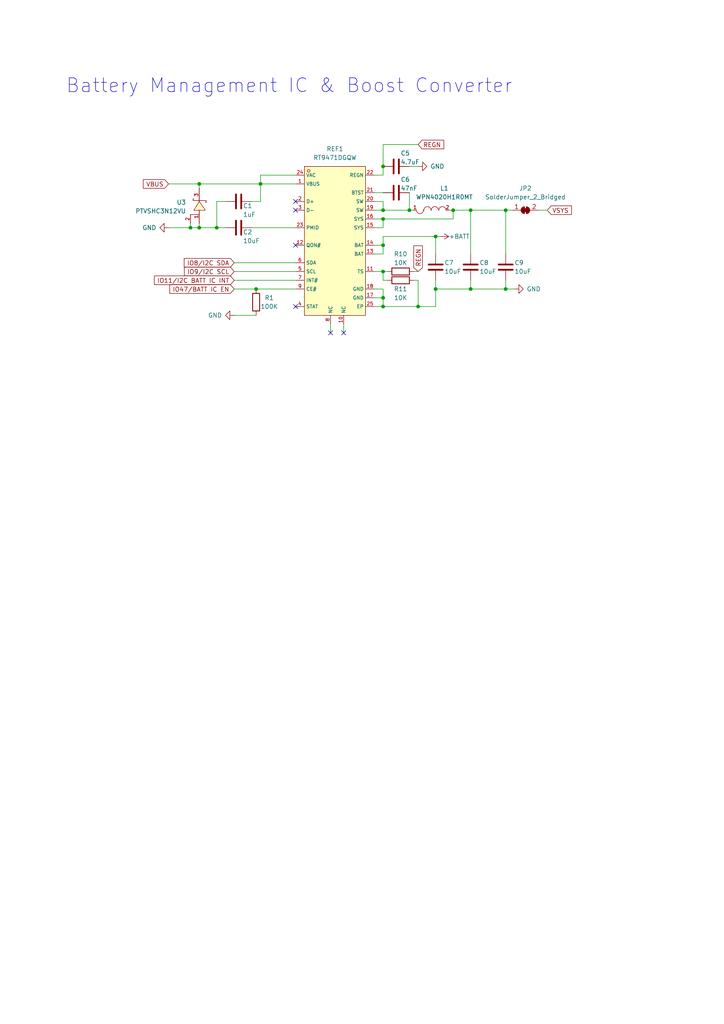
<source format=kicad_sch>
(kicad_sch (version 20230121) (generator eeschema)
  (paper "A4" portrait)
  (lib_symbols
    (symbol "Device:10K 0603" (pin_numbers hide) (pin_names (offset 0))
      (property "Reference" "R" (at 2.032 0 90))
      (property "Value" "10K 0603" (at 0 0 90))
      (symbol "10K 0603_0_1"
        (rectangle (start -1.016 -2.54) (end 1.016 2.54) (stroke (width 0.254)))
      )
      (symbol "10K 0603_1_1"
        (pin passive line (at 0 3.81 270) (length 1.27) (name "~") (number "1"))
        (pin passive line (at 0 -3.81 90) (length 1.27) (name "~") (number "2"))
      )
    )
    (symbol "Device:10uF 0603" (pin_numbers hide) (pin_names (offset 0.254))
      (property "Reference" "C" (at 0.635 2.54 0))
      (property "Value" "10uF 0603" (at 0.635 -2.54 0))
      (symbol "10uF 0603_0_1"
        (polyline (pts (xy -2.032 -0.762) (xy 2.032 -0.762)) (stroke (width 0.508)))
        (polyline (pts (xy -2.032 0.762) (xy 2.032 0.762)) (stroke (width 0.508)))
      )
      (symbol "10uF 0603_1_1"
        (pin passive line (at 0 3.81 270) (length 2.794) (name "~") (number "1"))
        (pin passive line (at 0 -3.81 90) (length 2.794) (name "~") (number "2"))
      )
    )
    (symbol "Device:R" (pin_numbers hide) (pin_names (offset 0))
      (property "Reference" "R" (at 2.032 0 90))
      (property "Value" "R" (at 0 0 90))
      (symbol "R_0_1"
        (rectangle (start -1.016 -2.54) (end 1.016 2.54) (stroke (width 0.254)))
      )
      (symbol "R_1_1"
        (pin passive line (at 0 3.81 270) (length 1.27) (name "~") (number "1"))
        (pin passive line (at 0 -3.81 90) (length 1.27) (name "~") (number "2"))
      )
    )
    (symbol "Jumper:SolderJumper_2_Bridged" (pin_names (offset 0) hide)
      (property "Reference" "JP" (at 0 2.032 0))
      (property "Value" "SolderJumper_2_Bridged" (at 0 -2.54 0))
      (symbol "SolderJumper_2_Bridged_0_1"
        (rectangle (start -0.508 0.508) (end 0.508 -0.508) (fill (type outline)))
        (arc (start -0.254 1.016) (mid -1.2656 0) (end -0.254 -1.016))
        (arc (start -0.254 1.016) (mid -1.2656 0) (end -0.254 -1.016) (fill (type outline)))
        (polyline (pts (xy -0.254 1.016) (xy -0.254 -1.016)))
        (polyline (pts (xy 0.254 1.016) (xy 0.254 -1.016)))
        (arc (start 0.254 -1.016) (mid 1.2656 0) (end 0.254 1.016))
        (arc (start 0.254 -1.016) (mid 1.2656 0) (end 0.254 1.016) (fill (type outline)))
      )
      (symbol "SolderJumper_2_Bridged_1_1"
        (pin passive line (at -3.81 0 0) (length 2.54) (name "A") (number "1"))
        (pin passive line (at 3.81 0 180) (length 2.54) (name "B") (number "2"))
      )
    )
    (symbol "MyParts:PTVSHC3N12VU" (pin_names hide)
      (property "Reference" "U" (at 0 1.27 0))
      (property "Value" "PTVSHC3N12VU" (at 0 -2.54 0))
      (symbol "PTVSHC3N12VU_0_0"
        (polyline (pts (xy 0 -15.24) (xy 2.54 -15.24)))
        (polyline (pts (xy 1.524 -13.97) (xy 0 -11.43) (xy -1.778 -13.97) (xy 1.524 -13.97)) (fill (type background)))
        (polyline (pts (xy 1.524 -10.668) (xy 1.778 -10.668) (xy 1.778 -11.176) (xy -2.032 -11.176) (xy -2.032 -11.684) (xy -1.778 -11.684)))
        (pin unspecified line (at 0 -17.78 90) (length 3.81) (name "A") (number "1"))
        (pin unspecified line (at 2.54 -17.78 90) (length 2.54) (name "1") (number "2"))
        (pin unspecified line (at 0 -7.62 270) (length 3.81) (name "K") (number "3"))
      )
    )
    (symbol "MyParts:RT9471DGQW"
      (property "Reference" "REF" (at 0 11.43 0))
      (property "Value" "RT9471DGQW" (at 0 7.62 0))
      (symbol "RT9471DGQW_0_0"
        (rectangle (start -8.89 5.08) (end 8.89 -38.1) (fill (type background)))
        (circle (center -7.62 3.81) (radius 0.381) (fill (type background)))
        (pin unspecified line (at -11.43 0 0) (length 2.54) (name "VBUS") (number "1"))
        (pin unspecified line (at 2.54 -40.64 90) (length 2.54) (name "NC") (number "10"))
        (pin unspecified line (at 11.43 -25.4 180) (length 2.54) (name "TS") (number "11"))
        (pin unspecified line (at -11.43 -17.78 0) (length 2.54) (name "QON#") (number "12"))
        (pin unspecified line (at 11.43 -20.32 180) (length 2.54) (name "BAT") (number "13"))
        (pin unspecified line (at 11.43 -17.78 180) (length 2.54) (name "BAT") (number "14"))
        (pin unspecified line (at 11.43 -12.7 180) (length 2.54) (name "SYS") (number "15"))
        (pin unspecified line (at 11.43 -10.16 180) (length 2.54) (name "SYS") (number "16"))
        (pin unspecified line (at 11.43 -33.02 180) (length 2.54) (name "GND") (number "17"))
        (pin unspecified line (at 11.43 -30.48 180) (length 2.54) (name "GND") (number "18"))
        (pin unspecified line (at 11.43 -7.62 180) (length 2.54) (name "SW") (number "19"))
        (pin unspecified line (at -11.43 -5.08 0) (length 2.54) (name "D+") (number "2"))
        (pin unspecified line (at 11.43 -5.08 180) (length 2.54) (name "SW") (number "20"))
        (pin unspecified line (at 11.43 -2.54 180) (length 2.54) (name "BTST") (number "21"))
        (pin unspecified line (at 11.43 2.54 180) (length 2.54) (name "REGN") (number "22"))
        (pin unspecified line (at -11.43 -12.7 0) (length 2.54) (name "PMID") (number "23"))
        (pin unspecified line (at -11.43 2.54 0) (length 2.54) (name "VAC") (number "24"))
        (pin unspecified line (at 11.43 -35.56 180) (length 2.54) (name "EP") (number "25"))
        (pin unspecified line (at -11.43 -7.62 0) (length 2.54) (name "D-") (number "3"))
        (pin unspecified line (at -11.43 -35.56 0) (length 2.54) (name "STAT") (number "4"))
        (pin unspecified line (at -11.43 -25.4 0) (length 2.54) (name "SCL") (number "5"))
        (pin unspecified line (at -11.43 -22.86 0) (length 2.54) (name "SDA") (number "6"))
        (pin unspecified line (at -11.43 -27.94 0) (length 2.54) (name "INT#") (number "7"))
        (pin unspecified line (at -1.27 -40.64 90) (length 2.54) (name "NC") (number "8"))
        (pin unspecified line (at -11.43 -30.48 0) (length 2.54) (name "CE#") (number "9"))
      )
    )
    (symbol "MyParts:WPN4020H1R0MT" (pin_names hide)
      (property "Reference" "L" (at 0 1.27 0))
      (property "Value" "WPN4020H1R0MT" (at 0 -2.54 0))
      (symbol "WPN4020H1R0MT_0_0"
        (arc (start -4.2859 -12.801) (mid -3.1591 -13.6924) (end -2.2676 -12.5655))
        (arc (start -0.1129 -12.5649) (mid -1.2397 -11.6737) (end -2.1312 -12.8003))
        (arc (start 2.0377 -12.5649) (mid 0.9109 -11.6737) (end 0.0194 -12.8003))
        (arc (start 4.2305 -12.5654) (mid 3.1037 -11.6742) (end 2.2122 -12.8008))
        (pin unspecified line (at -5.08 -12.7 0) (length 0.762) (name "1") (number "1"))
        (pin unspecified line (at 5.08 -12.7 180) (length 0.762) (name "2") (number "2"))
      )
    )
    (symbol "power:+BATT" (power) (pin_names (offset 0))
      (property "Value" "+BATT" (at 0 3.556 0))
      (symbol "+BATT_0_1"
        (polyline (pts (xy -0.762 1.27) (xy 0 2.54)))
        (polyline (pts (xy 0 0) (xy 0 2.54)))
        (polyline (pts (xy 0 2.54) (xy 0.762 1.27)))
      )
      (symbol "+BATT_1_1"
        (pin power_in line (at 0 0 90) (length 0) hide (name "+BATT") (number "1"))
      )
    )
    (symbol "power:GND" (power) (pin_names (offset 0))
      (property "Value" "GND" (at 0 -3.81 0))
      (symbol "GND_0_1"
        (polyline (pts (xy 0 0) (xy 0 -1.27) (xy 1.27 -1.27) (xy 0 -2.54) (xy -1.27 -1.27) (xy 0 -1.27)))
      )
      (symbol "GND_1_1"
        (pin power_in line (at 0 0 270) (length 0) hide (name "GND") (number "1"))
      )
    )
  )
  (junction (at 121.285 88.9))
  (junction (at 111.125 86.36))
  (junction (at 126.365 83.82))
  (junction (at 57.785 53.34))
  (junction (at 118.745 60.96))
  (junction (at 146.685 60.96))
  (junction (at 57.785 66.04))
  (junction (at 146.685 83.82))
  (junction (at 111.125 48.26))
  (junction (at 136.525 60.96))
  (junction (at 111.125 63.5))
  (junction (at 126.365 68.58))
  (junction (at 111.125 71.12))
  (junction (at 74.295 83.82))
  (junction (at 111.125 78.74))
  (junction (at 136.525 83.82))
  (junction (at 55.245 66.04))
  (junction (at 62.865 66.04))
  (junction (at 111.125 88.9))
  (junction (at 75.565 53.34))
  (junction (at 131.445 60.96))
  (junction (at 111.125 60.96))
  (no_connect (at 85.725 88.9))
  (no_connect (at 85.725 58.42))
  (no_connect (at 85.725 71.12))
  (no_connect (at 85.725 60.96))
  (no_connect (at 95.885 96.52))
  (no_connect (at 99.695 96.52))
  (wire (pts (xy 108.585 73.66) (xy 111.125 73.66)))
  (wire (pts (xy 111.125 66.04) (xy 111.125 63.5)))
  (wire (pts (xy 121.285 81.28) (xy 121.285 88.9)))
  (wire (pts (xy 99.695 96.52) (xy 99.695 93.98)))
  (wire (pts (xy 55.245 64.77) (xy 55.245 66.04)))
  (wire (pts (xy 111.125 68.58) (xy 126.365 68.58)))
  (wire (pts (xy 111.125 41.91) (xy 111.125 48.26)))
  (wire (pts (xy 67.945 83.82) (xy 74.295 83.82)))
  (wire (pts (xy 131.445 60.96) (xy 136.525 60.96)))
  (wire (pts (xy 158.75 60.96) (xy 156.21 60.96)))
  (wire (pts (xy 136.525 83.82) (xy 146.685 83.82)))
  (wire (pts (xy 126.365 81.28) (xy 126.365 83.82)))
  (wire (pts (xy 75.565 58.42) (xy 75.565 53.34)))
  (wire (pts (xy 111.125 63.5) (xy 131.445 63.5)))
  (wire (pts (xy 55.245 66.04) (xy 57.785 66.04)))
  (wire (pts (xy 95.885 96.52) (xy 95.885 93.98)))
  (wire (pts (xy 111.125 60.96) (xy 118.745 60.96)))
  (wire (pts (xy 108.585 88.9) (xy 111.125 88.9)))
  (wire (pts (xy 111.125 88.9) (xy 111.125 86.36)))
  (wire (pts (xy 73.025 58.42) (xy 75.565 58.42)))
  (wire (pts (xy 108.585 63.5) (xy 111.125 63.5)))
  (wire (pts (xy 108.585 60.96) (xy 111.125 60.96)))
  (wire (pts (xy 136.525 73.66) (xy 136.525 60.96)))
  (wire (pts (xy 75.565 50.8) (xy 75.565 53.34)))
  (wire (pts (xy 111.125 78.74) (xy 111.125 81.28)))
  (wire (pts (xy 67.945 81.28) (xy 85.725 81.28)))
  (wire (pts (xy 108.585 66.04) (xy 111.125 66.04)))
  (wire (pts (xy 67.945 91.44) (xy 74.295 91.44)))
  (wire (pts (xy 67.945 76.2) (xy 85.725 76.2)))
  (wire (pts (xy 146.685 73.66) (xy 146.685 60.96)))
  (wire (pts (xy 120.015 78.74) (xy 121.285 78.74)))
  (wire (pts (xy 118.745 48.26) (xy 121.285 48.26)))
  (wire (pts (xy 111.125 78.74) (xy 112.395 78.74)))
  (wire (pts (xy 120.015 81.28) (xy 121.285 81.28)))
  (wire (pts (xy 121.285 41.91) (xy 111.125 41.91)))
  (wire (pts (xy 111.125 86.36) (xy 111.125 83.82)))
  (wire (pts (xy 118.745 55.88) (xy 118.745 60.96)))
  (wire (pts (xy 48.895 66.04) (xy 55.245 66.04)))
  (wire (pts (xy 108.585 71.12) (xy 111.125 71.12)))
  (wire (pts (xy 57.785 66.04) (xy 57.785 64.77)))
  (wire (pts (xy 126.365 88.9) (xy 126.365 83.82)))
  (wire (pts (xy 111.125 73.66) (xy 111.125 71.12)))
  (wire (pts (xy 111.125 68.58) (xy 111.125 71.12)))
  (wire (pts (xy 57.785 53.34) (xy 57.785 54.61)))
  (wire (pts (xy 108.585 78.74) (xy 111.125 78.74)))
  (wire (pts (xy 111.125 50.8) (xy 111.125 48.26)))
  (wire (pts (xy 108.585 50.8) (xy 111.125 50.8)))
  (wire (pts (xy 146.685 60.96) (xy 148.59 60.96)))
  (wire (pts (xy 126.365 68.58) (xy 126.365 73.66)))
  (wire (pts (xy 112.395 81.28) (xy 111.125 81.28)))
  (wire (pts (xy 57.785 66.04) (xy 62.865 66.04)))
  (wire (pts (xy 126.365 83.82) (xy 136.525 83.82)))
  (wire (pts (xy 108.585 86.36) (xy 111.125 86.36)))
  (wire (pts (xy 136.525 60.96) (xy 146.685 60.96)))
  (wire (pts (xy 67.945 78.74) (xy 85.725 78.74)))
  (wire (pts (xy 130.175 60.96) (xy 131.445 60.96)))
  (wire (pts (xy 75.565 50.8) (xy 85.725 50.8)))
  (wire (pts (xy 121.285 88.9) (xy 126.365 88.9)))
  (wire (pts (xy 62.865 66.04) (xy 65.405 66.04)))
  (wire (pts (xy 108.585 83.82) (xy 111.125 83.82)))
  (wire (pts (xy 118.745 60.96) (xy 120.015 60.96)))
  (wire (pts (xy 75.565 53.34) (xy 85.725 53.34)))
  (wire (pts (xy 57.785 53.34) (xy 75.565 53.34)))
  (wire (pts (xy 48.895 53.34) (xy 57.785 53.34)))
  (wire (pts (xy 111.125 88.9) (xy 121.285 88.9)))
  (wire (pts (xy 74.295 83.82) (xy 85.725 83.82)))
  (wire (pts (xy 131.445 63.5) (xy 131.445 60.96)))
  (wire (pts (xy 108.585 58.42) (xy 111.125 58.42)))
  (wire (pts (xy 146.685 83.82) (xy 149.225 83.82)))
  (wire (pts (xy 111.125 55.88) (xy 108.585 55.88)))
  (wire (pts (xy 62.865 58.42) (xy 62.865 66.04)))
  (wire (pts (xy 146.685 81.28) (xy 146.685 83.82)))
  (wire (pts (xy 136.525 81.28) (xy 136.525 83.82)))
  (wire (pts (xy 111.125 60.96) (xy 111.125 58.42)))
  (wire (pts (xy 65.405 58.42) (xy 62.865 58.42)))
  (wire (pts (xy 73.025 66.04) (xy 85.725 66.04)))
  (wire (pts (xy 126.365 68.58) (xy 127.635 68.58)))
  (text "Battery Management IC & Boost Converter" (at 19.05 27.305 0) (effects (font (size 4 4)) (justify left bottom)))
  (global_label "IO11{slash}I2C BATT IC INT" (shape input) (at 67.945 81.28 180) (property "Intersheetrefs" "${INTERSHEET_REFS}" (effects hide)))
  (global_label "IO8{slash}I2C SDA" (shape input) (at 67.945 76.2 180) (property "Intersheetrefs" "${INTERSHEET_REFS}" (effects hide)))
  (global_label "REGN" (shape input) (at 121.285 78.74 90) (property "Intersheetrefs" "${INTERSHEET_REFS}" (effects hide)))
  (global_label "VBUS" (shape input) (at 48.895 53.34 180) (property "Intersheetrefs" "${INTERSHEET_REFS}" (effects hide)))
  (global_label "IO47{slash}BATT IC EN" (shape input) (at 67.945 83.82 180) (property "Intersheetrefs" "${INTERSHEET_REFS}" (effects hide)))
  (global_label "VSYS" (shape input) (at 158.75 60.96 0) (property "Intersheetrefs" "${INTERSHEET_REFS}" (effects hide)))
  (global_label "REGN" (shape input) (at 121.285 41.91 0) (property "Intersheetrefs" "${INTERSHEET_REFS}" (effects hide)))
  (global_label "IO9{slash}I2C SCL" (shape input) (at 67.945 78.74 180) (property "Intersheetrefs" "${INTERSHEET_REFS}" (effects hide)))
  (symbol (lib_id "power:GND") (at 149.225 83.82 90) (mirror x) (unit 1)
    (property "Reference" "#PWR0127" (effects hide))
    (property "Value" "GND" (at 156.845 83.82 90) (effects (justify left)))
  )
  (symbol (lib_id "Device:10uF 0603") (at 126.365 77.47 180) (unit 1)
    (property "Reference" "C7" (at 128.905 76.2 0) (effects (justify right)))
    (property "Value" "10uF" (at 128.905 78.74 0) (effects (justify right)))
    (property "Footprint" "Capacitor_SMD:C_0603_1608Metric" (effects hide))
    (property "LCSC #" "C96446" (effects hide))
  )
  (symbol (lib_id "power:+BATT") (at 127.635 68.58 270) (unit 1)
    (property "Reference" "#PWR0128" (effects hide))
    (property "Value" "+BATT" (at 130.175 68.58 90) (effects (justify left)))
  )
  (symbol (lib_id "Device:10uF 0603") (at 146.685 77.47 180) (unit 1)
    (property "Reference" "C9" (at 149.225 76.2 0) (effects (justify right)))
    (property "Value" "10uF" (at 149.225 78.74 0) (effects (justify right)))
    (property "Footprint" "Capacitor_SMD:C_0603_1608Metric" (effects hide))
    (property "LCSC #" "C96446" (effects hide))
  )
  (symbol (lib_id "Device:10uF 0603") (at 114.935 48.26 90) (mirror x) (unit 1)
    (property "Reference" "C5" (at 116.205 44.45 90) (effects (justify right)))
    (property "Value" "4.7uF" (at 116.205 46.99 90) (effects (justify right)))
    (property "Footprint" "Capacitor_SMD:C_0402_1005Metric" (effects hide))
    (property "LCSC #" "C23733" (effects hide))
  )
  (symbol (lib_id "Device:R") (at 74.295 87.63 0) (unit 1)
    (property "Reference" "R1" (at 78.105 86.36 0))
    (property "Value" "100K" (at 78.105 88.9 0))
    (property "Footprint" "Resistor_SMD:R_0402_1005Metric" (effects hide))
    (property "LCSC #" "C25741" (effects hide))
  )
  (symbol (lib_id "MyParts:PTVSHC3N12VU") (at 57.785 46.99 0) (mirror y) (unit 1)
    (property "Reference" "U3" (at 53.975 58.6739 0) (effects (justify left)))
    (property "Value" "PTVSHC3N12VU" (at 53.975 61.2139 0) (effects (justify left)))
    (property "Footprint" "footprint:DFN-3_L2.0-W2.0-P1.30-BR" (effects hide))
    (property "Datasheet" "https://item.szlcsc.com/295148.html" (effects hide))
    (property "LCSC" "C110755" (effects hide))
  )
  (symbol (lib_id "Device:10uF 0603") (at 136.525 77.47 180) (unit 1)
    (property "Reference" "C8" (at 139.065 76.2 0) (effects (justify right)))
    (property "Value" "10uF" (at 139.065 78.74 0) (effects (justify right)))
    (property "Footprint" "Capacitor_SMD:C_0603_1608Metric" (effects hide))
    (property "LCSC #" "C96446" (effects hide))
  )
  (symbol (lib_id "power:GND") (at 48.895 66.04 270) (mirror x) (unit 1)
    (property "Reference" "#PWR0123" (effects hide))
    (property "Value" "GND" (at 41.275 66.04 90) (effects (justify left)))
  )
  (symbol (lib_id "MyParts:WPN4020H1R0MT") (at 125.095 48.26 0) (unit 1)
    (property "Reference" "L1" (at 128.905 54.61 0))
    (property "Value" "WPN4020H1R0MT" (at 128.905 57.15 0))
    (property "Footprint" "footprint:IND-SMD_L4.0-W4.0_SLW40XX" (effects hide))
    (property "Datasheet" "https://item.szlcsc.com/193577.html" (effects hide))
    (property "LCSC" "C98359" (effects hide))
  )
  (symbol (lib_id "MyParts:RT9471DGQW") (at 97.155 53.34 0) (unit 1)
    (property "Reference" "REF1" (at 97.155 43.18 0))
    (property "Value" "RT9471DGQW" (at 97.155 45.72 0))
    (property "Footprint" "footprint:RT9471_vias_in_pad" (effects hide))
    (property "Datasheet" "https://item.szlcsc.com/420260.html" (effects hide))
    (property "LCSC" "C2839437" (effects hide))
  )
  (symbol (lib_id "Device:10K 0603") (at 116.205 78.74 270) (unit 1)
    (property "Reference" "R10" (at 116.205 73.66 90))
    (property "Value" "10K" (at 116.205 76.2 90))
    (property "Footprint" "Resistor_SMD:R_0402_1005Metric" (effects hide))
    (property "Datasheet" "https://datasheet.lcsc.com/lcsc/1811101934_YAGEO-RC0603FR-0710KL_C98220.pdf" (effects hide))
    (property "LCSC #" "C25744" (effects hide))
  )
  (symbol (lib_id "Device:10K 0603") (at 116.205 81.28 270) (unit 1)
    (property "Reference" "R11" (at 116.205 83.82 90))
    (property "Value" "10K" (at 116.205 86.36 90))
    (property "Footprint" "Resistor_SMD:R_0402_1005Metric" (effects hide))
    (property "Datasheet" "https://datasheet.lcsc.com/lcsc/1811101934_YAGEO-RC0603FR-0710KL_C98220.pdf" (effects hide))
    (property "LCSC #" "C25744" (effects hide))
  )
  (symbol (lib_id "power:GND") (at 67.945 91.44 270) (mirror x) (unit 1)
    (property "Reference" "#PWR0126" (effects hide))
    (property "Value" "GND" (at 60.325 91.44 90) (effects (justify left)))
  )
  (symbol (lib_id "Device:10uF 0603") (at 114.935 55.88 90) (mirror x) (unit 1)
    (property "Reference" "C6" (at 116.205 52.07 90) (effects (justify right)))
    (property "Value" "47nF" (at 116.205 54.61 90) (effects (justify right)))
    (property "Footprint" "Capacitor_SMD:C_0402_1005Metric" (effects hide))
    (property "LCSC #" "C505502" (effects hide))
  )
  (symbol (lib_id "Jumper:SolderJumper_2_Bridged") (at 152.4 60.96 0) (unit 1)
    (property "Reference" "JP2" (at 152.4 54.61 0))
    (property "Value" "SolderJumper_2_Bridged" (at 152.4 57.15 0))
    (property "Footprint" "Jumper:SolderJumper-2_P1.3mm_Bridged_RoundedPad1.0x1.5mm" (effects hide))
  )
  (symbol (lib_id "Device:10uF 0603") (at 69.215 66.04 90) (unit 1)
    (property "Reference" "C2" (at 70.485 67.31 90) (effects (justify right)))
    (property "Value" "10uF" (at 70.485 69.85 90) (effects (justify right)))
    (property "Footprint" "Capacitor_SMD:C_0603_1608Metric" (effects hide))
    (property "LCSC #" "C96446" (effects hide))
  )
  (symbol (lib_id "power:GND") (at 121.285 48.26 90) (mirror x) (unit 1)
    (property "Reference" "#PWR0125" (effects hide))
    (property "Value" "GND" (at 128.905 48.26 90) (effects (justify left)))
  )
  (symbol (lib_id "Device:10uF 0603") (at 69.215 58.42 90) (unit 1)
    (property "Reference" "C1" (at 70.485 59.69 90) (effects (justify right)))
    (property "Value" "1uF" (at 70.485 62.23 90) (effects (justify right)))
    (property "Footprint" "Capacitor_SMD:C_0402_1005Metric" (effects hide))
    (property "LCSC #" "C52923" (effects hide))
  )
)
</source>
